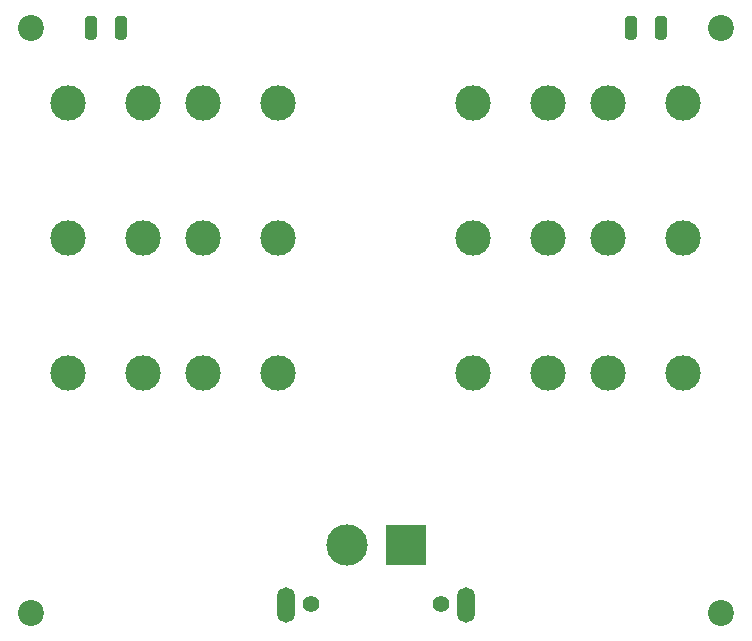
<source format=gbr>
%TF.GenerationSoftware,KiCad,Pcbnew,(5.1.9)-1*%
%TF.CreationDate,2022-05-15T15:17:23+01:00*%
%TF.ProjectId,Halogen discharger,48616c6f-6765-46e2-9064-697363686172,rev?*%
%TF.SameCoordinates,Original*%
%TF.FileFunction,Soldermask,Top*%
%TF.FilePolarity,Negative*%
%FSLAX46Y46*%
G04 Gerber Fmt 4.6, Leading zero omitted, Abs format (unit mm)*
G04 Created by KiCad (PCBNEW (5.1.9)-1) date 2022-05-15 15:17:23*
%MOMM*%
%LPD*%
G01*
G04 APERTURE LIST*
%ADD10O,1.500000X3.000000*%
%ADD11C,3.000000*%
%ADD12C,2.200000*%
%ADD13C,3.500000*%
%ADD14R,3.500000X3.500000*%
%ADD15C,1.400000*%
G04 APERTURE END LIST*
%TO.C,J5*%
G36*
G01*
X179570000Y-103390000D02*
X179570000Y-104890000D01*
G75*
G02*
X179320000Y-105140000I-250000J0D01*
G01*
X178820000Y-105140000D01*
G75*
G02*
X178570000Y-104890000I0J250000D01*
G01*
X178570000Y-103390000D01*
G75*
G02*
X178820000Y-103140000I250000J0D01*
G01*
X179320000Y-103140000D01*
G75*
G02*
X179570000Y-103390000I0J-250000D01*
G01*
G37*
%TD*%
%TO.C,J4*%
G36*
G01*
X182110000Y-103390000D02*
X182110000Y-104890000D01*
G75*
G02*
X181860000Y-105140000I-250000J0D01*
G01*
X181360000Y-105140000D01*
G75*
G02*
X181110000Y-104890000I0J250000D01*
G01*
X181110000Y-103390000D01*
G75*
G02*
X181360000Y-103140000I250000J0D01*
G01*
X181860000Y-103140000D01*
G75*
G02*
X182110000Y-103390000I0J-250000D01*
G01*
G37*
%TD*%
%TO.C,J3*%
G36*
G01*
X135390000Y-104890000D02*
X135390000Y-103390000D01*
G75*
G02*
X135640000Y-103140000I250000J0D01*
G01*
X136140000Y-103140000D01*
G75*
G02*
X136390000Y-103390000I0J-250000D01*
G01*
X136390000Y-104890000D01*
G75*
G02*
X136140000Y-105140000I-250000J0D01*
G01*
X135640000Y-105140000D01*
G75*
G02*
X135390000Y-104890000I0J250000D01*
G01*
G37*
%TD*%
%TO.C,J2*%
G36*
G01*
X132850000Y-104890000D02*
X132850000Y-103390000D01*
G75*
G02*
X133100000Y-103140000I250000J0D01*
G01*
X133600000Y-103140000D01*
G75*
G02*
X133850000Y-103390000I0J-250000D01*
G01*
X133850000Y-104890000D01*
G75*
G02*
X133600000Y-105140000I-250000J0D01*
G01*
X133100000Y-105140000D01*
G75*
G02*
X132850000Y-104890000I0J250000D01*
G01*
G37*
%TD*%
D10*
%TO.C,REF\u002A\u002A*%
X165100000Y-153035000D03*
%TD*%
%TO.C,REF\u002A\u002A*%
X149860000Y-153035000D03*
%TD*%
D11*
%TO.C,LA10*%
X142875000Y-110490000D03*
X149225000Y-110490000D03*
%TD*%
%TO.C,LA9*%
X131445000Y-110490000D03*
X137795000Y-110490000D03*
%TD*%
%TO.C,LA12*%
X177165000Y-110490000D03*
X183515000Y-110490000D03*
%TD*%
%TO.C,LA11*%
X165735000Y-110490000D03*
X172085000Y-110490000D03*
%TD*%
%TO.C,LA8*%
X177165000Y-121920000D03*
X183515000Y-121920000D03*
%TD*%
%TO.C,LA7*%
X165735000Y-121920000D03*
X172085000Y-121920000D03*
%TD*%
%TO.C,LA6*%
X142875000Y-121920000D03*
X149225000Y-121920000D03*
%TD*%
%TO.C,LA5*%
X131445000Y-121920000D03*
X137795000Y-121920000D03*
%TD*%
%TO.C,LA4*%
X177165000Y-133350000D03*
X183515000Y-133350000D03*
%TD*%
%TO.C,LA3*%
X165735000Y-133350000D03*
X172085000Y-133350000D03*
%TD*%
%TO.C,LA2*%
X142875000Y-133350000D03*
X149225000Y-133350000D03*
%TD*%
%TO.C,LA1*%
X131445000Y-133350000D03*
X137795000Y-133350000D03*
%TD*%
D12*
%TO.C,H4*%
X186690000Y-153670000D03*
%TD*%
%TO.C,H3*%
X128270000Y-153670000D03*
%TD*%
%TO.C,H2*%
X186690000Y-104140000D03*
%TD*%
%TO.C,H1*%
X128270000Y-104140000D03*
%TD*%
D13*
%TO.C,J1*%
X155020000Y-147955000D03*
D14*
X160020000Y-147955000D03*
D15*
X152020000Y-152955000D03*
X163020000Y-152955000D03*
%TD*%
M02*

</source>
